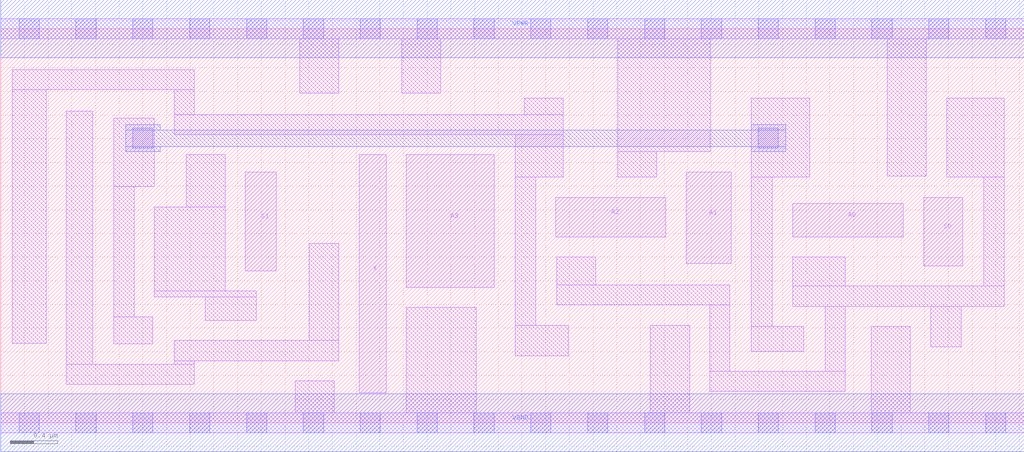
<source format=lef>
# Copyright 2020 The SkyWater PDK Authors
#
# Licensed under the Apache License, Version 2.0 (the "License");
# you may not use this file except in compliance with the License.
# You may obtain a copy of the License at
#
#     https://www.apache.org/licenses/LICENSE-2.0
#
# Unless required by applicable law or agreed to in writing, software
# distributed under the License is distributed on an "AS IS" BASIS,
# WITHOUT WARRANTIES OR CONDITIONS OF ANY KIND, either express or implied.
# See the License for the specific language governing permissions and
# limitations under the License.
#
# SPDX-License-Identifier: Apache-2.0

VERSION 5.7 ;
  NOWIREEXTENSIONATPIN ON ;
  DIVIDERCHAR "/" ;
  BUSBITCHARS "[]" ;
UNITS
  DATABASE MICRONS 200 ;
END UNITS
MACRO sky130_fd_sc_lp__mux4_2
  CLASS CORE ;
  FOREIGN sky130_fd_sc_lp__mux4_2 ;
  ORIGIN  0.000000  0.000000 ;
  SIZE  8.640000 BY  3.330000 ;
  SYMMETRY X Y R90 ;
  SITE unit ;
  PIN A0
    ANTENNAGATEAREA  0.159000 ;
    DIRECTION INPUT ;
    USE SIGNAL ;
    PORT
      LAYER li1 ;
        RECT 6.685000 1.570000 7.620000 1.855000 ;
    END
  END A0
  PIN A1
    ANTENNAGATEAREA  0.159000 ;
    DIRECTION INPUT ;
    USE SIGNAL ;
    PORT
      LAYER li1 ;
        RECT 5.785000 1.345000 6.165000 2.120000 ;
    END
  END A1
  PIN A2
    ANTENNAGATEAREA  0.159000 ;
    DIRECTION INPUT ;
    USE SIGNAL ;
    PORT
      LAYER li1 ;
        RECT 4.685000 1.570000 5.615000 1.905000 ;
    END
  END A2
  PIN A3
    ANTENNAGATEAREA  0.159000 ;
    DIRECTION INPUT ;
    USE SIGNAL ;
    PORT
      LAYER li1 ;
        RECT 3.425000 1.145000 4.165000 2.265000 ;
    END
  END A3
  PIN S0
    ANTENNAGATEAREA  0.477000 ;
    DIRECTION INPUT ;
    USE SIGNAL ;
    PORT
      LAYER li1 ;
        RECT 7.790000 1.325000 8.120000 1.905000 ;
    END
  END S0
  PIN S1
    ANTENNAGATEAREA  0.318000 ;
    DIRECTION INPUT ;
    USE SIGNAL ;
    PORT
      LAYER li1 ;
        RECT 2.065000 1.285000 2.325000 2.120000 ;
    END
  END S1
  PIN X
    ANTENNADIFFAREA  0.588000 ;
    DIRECTION OUTPUT ;
    USE SIGNAL ;
    PORT
      LAYER li1 ;
        RECT 3.025000 0.255000 3.255000 2.265000 ;
    END
  END X
  PIN VGND
    DIRECTION INOUT ;
    USE GROUND ;
    PORT
      LAYER met1 ;
        RECT 0.000000 -0.245000 8.640000 0.245000 ;
    END
  END VGND
  PIN VPWR
    DIRECTION INOUT ;
    USE POWER ;
    PORT
      LAYER met1 ;
        RECT 0.000000 3.085000 8.640000 3.575000 ;
    END
  END VPWR
  OBS
    LAYER li1 ;
      RECT 0.000000 -0.085000 8.640000 0.085000 ;
      RECT 0.000000  3.245000 8.640000 3.415000 ;
      RECT 0.095000  0.670000 0.385000 2.815000 ;
      RECT 0.095000  2.815000 1.635000 2.985000 ;
      RECT 0.555000  0.325000 1.635000 0.495000 ;
      RECT 0.555000  0.495000 0.775000 2.635000 ;
      RECT 0.955000  0.665000 1.285000 0.895000 ;
      RECT 0.955000  0.895000 1.125000 1.995000 ;
      RECT 0.955000  1.995000 1.295000 2.575000 ;
      RECT 1.295000  1.065000 2.155000 1.115000 ;
      RECT 1.295000  1.115000 1.895000 1.825000 ;
      RECT 1.465000  0.495000 1.635000 0.525000 ;
      RECT 1.465000  0.525000 2.855000 0.695000 ;
      RECT 1.465000  2.435000 4.750000 2.605000 ;
      RECT 1.465000  2.605000 1.635000 2.815000 ;
      RECT 1.565000  1.825000 1.895000 2.265000 ;
      RECT 1.725000  0.865000 2.155000 1.065000 ;
      RECT 2.485000  0.085000 2.815000 0.355000 ;
      RECT 2.525000  2.785000 2.855000 3.245000 ;
      RECT 2.605000  0.695000 2.855000 1.515000 ;
      RECT 3.385000  2.785000 3.715000 3.245000 ;
      RECT 3.425000  0.085000 4.015000 0.975000 ;
      RECT 4.345000  0.565000 4.790000 0.825000 ;
      RECT 4.345000  0.825000 4.515000 2.075000 ;
      RECT 4.345000  2.075000 4.750000 2.435000 ;
      RECT 4.420000  2.605000 4.750000 2.745000 ;
      RECT 4.695000  0.995000 6.155000 1.165000 ;
      RECT 4.695000  1.165000 5.025000 1.400000 ;
      RECT 5.210000  2.075000 5.540000 2.290000 ;
      RECT 5.210000  2.290000 5.990000 3.245000 ;
      RECT 5.485000  0.085000 5.815000 0.825000 ;
      RECT 5.985000  0.265000 7.130000 0.435000 ;
      RECT 5.985000  0.435000 6.155000 0.995000 ;
      RECT 6.335000  0.605000 6.780000 0.815000 ;
      RECT 6.335000  0.815000 6.515000 2.075000 ;
      RECT 6.335000  2.075000 6.830000 2.745000 ;
      RECT 6.685000  0.985000 8.470000 1.155000 ;
      RECT 6.685000  1.155000 7.130000 1.400000 ;
      RECT 6.960000  0.435000 7.130000 0.985000 ;
      RECT 7.350000  0.085000 7.680000 0.815000 ;
      RECT 7.485000  2.085000 7.815000 3.245000 ;
      RECT 7.850000  0.640000 8.110000 0.985000 ;
      RECT 7.985000  2.075000 8.470000 2.745000 ;
      RECT 8.300000  1.155000 8.470000 2.075000 ;
    LAYER mcon ;
      RECT 0.155000 -0.085000 0.325000 0.085000 ;
      RECT 0.155000  3.245000 0.325000 3.415000 ;
      RECT 0.635000 -0.085000 0.805000 0.085000 ;
      RECT 0.635000  3.245000 0.805000 3.415000 ;
      RECT 1.115000 -0.085000 1.285000 0.085000 ;
      RECT 1.115000  2.320000 1.285000 2.490000 ;
      RECT 1.115000  3.245000 1.285000 3.415000 ;
      RECT 1.595000 -0.085000 1.765000 0.085000 ;
      RECT 1.595000  3.245000 1.765000 3.415000 ;
      RECT 2.075000 -0.085000 2.245000 0.085000 ;
      RECT 2.075000  3.245000 2.245000 3.415000 ;
      RECT 2.555000 -0.085000 2.725000 0.085000 ;
      RECT 2.555000  3.245000 2.725000 3.415000 ;
      RECT 3.035000 -0.085000 3.205000 0.085000 ;
      RECT 3.035000  3.245000 3.205000 3.415000 ;
      RECT 3.515000 -0.085000 3.685000 0.085000 ;
      RECT 3.515000  3.245000 3.685000 3.415000 ;
      RECT 3.995000 -0.085000 4.165000 0.085000 ;
      RECT 3.995000  3.245000 4.165000 3.415000 ;
      RECT 4.475000 -0.085000 4.645000 0.085000 ;
      RECT 4.475000  3.245000 4.645000 3.415000 ;
      RECT 4.955000 -0.085000 5.125000 0.085000 ;
      RECT 4.955000  3.245000 5.125000 3.415000 ;
      RECT 5.435000 -0.085000 5.605000 0.085000 ;
      RECT 5.435000  3.245000 5.605000 3.415000 ;
      RECT 5.915000 -0.085000 6.085000 0.085000 ;
      RECT 5.915000  3.245000 6.085000 3.415000 ;
      RECT 6.395000 -0.085000 6.565000 0.085000 ;
      RECT 6.395000  2.320000 6.565000 2.490000 ;
      RECT 6.395000  3.245000 6.565000 3.415000 ;
      RECT 6.875000 -0.085000 7.045000 0.085000 ;
      RECT 6.875000  3.245000 7.045000 3.415000 ;
      RECT 7.355000 -0.085000 7.525000 0.085000 ;
      RECT 7.355000  3.245000 7.525000 3.415000 ;
      RECT 7.835000 -0.085000 8.005000 0.085000 ;
      RECT 7.835000  3.245000 8.005000 3.415000 ;
      RECT 8.315000 -0.085000 8.485000 0.085000 ;
      RECT 8.315000  3.245000 8.485000 3.415000 ;
    LAYER met1 ;
      RECT 1.055000 2.290000 1.345000 2.335000 ;
      RECT 1.055000 2.335000 6.625000 2.475000 ;
      RECT 1.055000 2.475000 1.345000 2.520000 ;
      RECT 6.335000 2.290000 6.625000 2.335000 ;
      RECT 6.335000 2.475000 6.625000 2.520000 ;
  END
END sky130_fd_sc_lp__mux4_2
END LIBRARY

</source>
